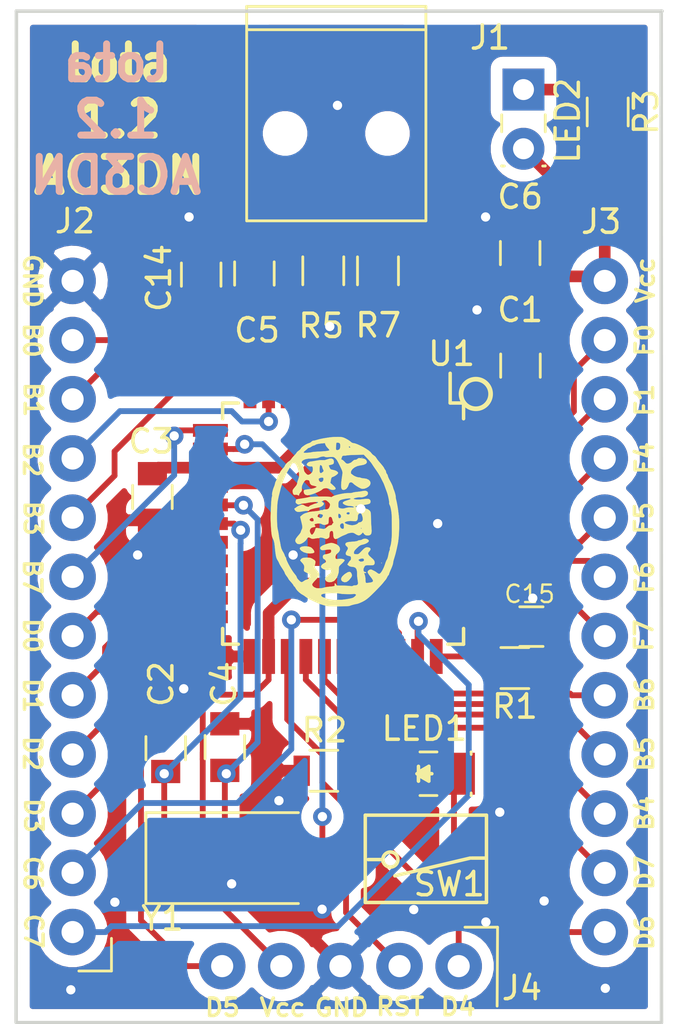
<source format=kicad_pcb>
(kicad_pcb (version 20171130) (host pcbnew "(5.1.0-0)")
  (title_block (title "Iota - PCB") (date 2019-01-26) (rev 1.0))
  (layers (0 F.Cu signal) (31 B.Cu signal) (34 B.Paste user) (35 F.Paste user) (36 B.SilkS user) (37 F.SilkS user) (38 B.Mask user) (39 F.Mask user) (44 Edge.Cuts user))
  (net 0 "")
  (net 1 GND)
  (net 2 "Net-(J1-Pad3)")
  (net 3 "Net-(J1-Pad4)")
  (net 4 "Net-(J1-Pad2)")
  (net 5 "Net-(C1-Pad2)")
  (net 6 D5)
  (net 7 D6)
  (net 8 D4)
  (net 9 D2)
  (net 10 D3)
  (net 11 "Net-(C2-Pad1)")
  (net 12 "Net-(C4-Pad1)")
  (net 13 RESET)
  (net 14 "Net-(C5-Pad2)")
  (net 15 D+)
  (net 16 D-)
  (net 17 D7)
  (net 18 Vcc)
  (net 19 C7)
  (net 20 C6)
  (net 21 D1)
  (net 22 D0)
  (net 23 B7)
  (net 24 B3)
  (net 25 B2)
  (net 26 B1)
  (net 27 B0)
  (net 28 B4)
  (net 29 B5)
  (net 30 B6)
  (net 31 F7)
  (net 32 F6)
  (net 33 F5)
  (net 34 F4)
  (net 35 F1)
  (net 36 F0)
  (net 37 E6)
  (net 38 "Net-(LED1-Pad1)")
  (net 39 "Net-(R1-Pad2)")
  (net 40 "Net-(LED2-Pad1)")
  (module Iota:hanko (layer F.Cu) (at 133.4516 81.6864)
    (fp_text reference G1 hide)
    (fp_text value LOGO hide)
  )
  (module Connectors_Samtec:SL-112-X-XX_1x12 (layer F.Cu) (at 145.034 71.374)
    (fp_text reference J3 (at -0.1524 -2.54 180) (layer F.SilkS))
    (fp_text value Conn_01x12_Male)
    (pad 12 thru_hole circle (at 0 27.94) (size 2 2) (drill 0.95) (layers *.Cu *.Mask) (net 7 D6))
    (pad 11 thru_hole circle (at 0 25.4) (size 2 2) (drill 0.95) (layers *.Cu *.Mask) (net 17 D7))
    (pad 10 thru_hole circle (at 0 22.86) (size 2 2) (drill 0.95) (layers *.Cu *.Mask) (net 28 B4))
    (pad 9 thru_hole circle (at 0 20.32) (size 2 2) (drill 0.95) (layers *.Cu *.Mask) (net 29 B5))
    (pad 8 thru_hole circle (at 0 17.78) (size 2 2) (drill 0.95) (layers *.Cu *.Mask) (net 30 B6))
    (pad 7 thru_hole circle (at 0 15.24) (size 2 2) (drill 0.95) (layers *.Cu *.Mask) (net 31 F7))
    (pad 6 thru_hole circle (at 0 12.7) (size 2 2) (drill 0.95) (layers *.Cu *.Mask) (net 32 F6))
    (pad 5 thru_hole circle (at 0 10.16) (size 2 2) (drill 0.95) (layers *.Cu *.Mask) (net 33 F5))
    (pad 4 thru_hole circle (at 0 7.62) (size 2 2) (drill 0.95) (layers *.Cu *.Mask) (net 34 F4))
    (pad 3 thru_hole circle (at 0 5.08) (size 2 2) (drill 0.95) (layers *.Cu *.Mask) (net 35 F1))
    (pad 2 thru_hole circle (at 0 2.54) (size 2 2) (drill 0.95) (layers *.Cu *.Mask) (net 36 F0))
    (pad 1 thru_hole circle (at 0 0) (size 2 2) (drill 0.95) (layers *.Cu *.Mask) (net 18 Vcc))
  )
  (module Connectors_Samtec:SL-105-X-XX_1x05 (layer F.Cu) (at 138.7602 100.7745 270)
    (fp_text reference J4 (at 0.9398 -2.7178) (layer F.SilkS))
    (fp_text value Conn_01x05_Male)
    (pad 5 thru_hole circle (at 0 10.16 270) (size 2 2) (drill 0.95) (layers *.Cu *.Mask) (net 6 D5))
    (pad 4 thru_hole circle (at 0 7.62 270) (size 2 2) (drill 0.95) (layers *.Cu *.Mask) (net 18 Vcc))
    (pad 3 thru_hole circle (at 0 5.08 270) (size 2 2) (drill 0.95) (layers *.Cu *.Mask) (net 1 GND))
    (pad 2 thru_hole circle (at 0 2.54 270) (size 2 2) (drill 0.95) (layers *.Cu *.Mask) (net 13 RESET))
    (pad 1 thru_hole circle (at 0 0 270) (size 2 2) (drill 0.95) (layers *.Cu *.Mask) (net 8 D4))
  )
  (module Connectors_Samtec:SL-112-X-XX_1x12 (layer F.Cu) (at 122.174 99.314 180)
    (fp_text reference J2 (at -0.1016 30.5054) (layer F.SilkS))
    (fp_text value Conn_01x12_Male)
    (pad 1 thru_hole circle (at 0 0 180) (size 2 2) (drill 0.95) (layers *.Cu *.Mask) (net 19 C7))
    (pad 2 thru_hole circle (at 0 2.54 180) (size 2 2) (drill 0.95) (layers *.Cu *.Mask) (net 20 C6))
    (pad 3 thru_hole circle (at 0 5.08 180) (size 2 2) (drill 0.95) (layers *.Cu *.Mask) (net 10 D3))
    (pad 4 thru_hole circle (at 0 7.62 180) (size 2 2) (drill 0.95) (layers *.Cu *.Mask) (net 9 D2))
    (pad 5 thru_hole circle (at 0 10.16 180) (size 2 2) (drill 0.95) (layers *.Cu *.Mask) (net 21 D1))
    (pad 6 thru_hole circle (at 0 12.7 180) (size 2 2) (drill 0.95) (layers *.Cu *.Mask) (net 22 D0))
    (pad 7 thru_hole circle (at 0 15.24 180) (size 2 2) (drill 0.95) (layers *.Cu *.Mask) (net 23 B7))
    (pad 8 thru_hole circle (at 0 17.78 180) (size 2 2) (drill 0.95) (layers *.Cu *.Mask) (net 24 B3))
    (pad 9 thru_hole circle (at 0 20.32 180) (size 2 2) (drill 0.95) (layers *.Cu *.Mask) (net 25 B2))
    (pad 10 thru_hole circle (at 0 22.86 180) (size 2 2) (drill 0.95) (layers *.Cu *.Mask) (net 26 B1))
    (pad 11 thru_hole circle (at 0 25.4 180) (size 2 2) (drill 0.95) (layers *.Cu *.Mask) (net 27 B0))
    (pad 12 thru_hole circle (at 0 27.94 180) (size 2 2) (drill 0.95) (layers *.Cu *.Mask) (net 1 GND))
  )
  (module Iota:Switch (layer F.Cu) (at 137.3505 96.2025 180)
    (fp_text reference SW1 (at -1.0033 -1.0541 180) (layer F.SilkS))
    (fp_text value SW_DIP_x01)
    (pad 2 smd rect (at -3.429 0.0635 180) (size 1.524 1.524) (layers F.Cu F.Paste F.Mask) (net 1 GND))
    (pad 1 smd rect (at 3.429 0.0635 180) (size 1.524 1.524) (layers F.Cu F.Paste F.Mask) (net 13 RESET))
  )
  (module LEDs:LED_Rectangular_W3.9mm_H1.8mm (layer F.Cu) (at 136.017 92.5195)
    (fp_text reference LED1 (at 1.27 -1.935) (layer F.SilkS))
    (fp_text value red)
    (pad 2 smd rect (at 2.54 0) (size 1.8 1.8) (layers F.Cu F.Paste F.Mask) (net 7 D6))
    (pad 1 smd rect (at 0 0) (size 1.8 1.8) (layers F.Cu F.Paste F.Mask) (net 38 "Net-(LED1-Pad1)"))
  )
  (module Housings_QFP:TQFP-44_10x10mm_Pitch0.8mm (layer F.Cu) (at 133.7945 81.788 270)
    (fp_text reference U1 (at -7.2898 -4.6609) (layer F.SilkS))
    (fp_text value ATmega32U4-AU)
    (pad 44 smd rect (at -4 -5.7) (size 1.5 0.55) (layers F.Cu F.Paste F.Mask) (net 18 Vcc))
    (pad 43 smd rect (at -3.2 -5.7) (size 1.5 0.55) (layers F.Cu F.Paste F.Mask) (net 1 GND))
    (pad 42 smd rect (at -2.4 -5.7) (size 1.5 0.55) (layers F.Cu F.Paste F.Mask) (net 5 "Net-(C1-Pad2)"))
    (pad 41 smd rect (at -1.6 -5.7) (size 1.5 0.55) (layers F.Cu F.Paste F.Mask) (net 36 F0))
    (pad 40 smd rect (at -0.8 -5.7) (size 1.5 0.55) (layers F.Cu F.Paste F.Mask) (net 35 F1))
    (pad 39 smd rect (at 0 -5.7) (size 1.5 0.55) (layers F.Cu F.Paste F.Mask) (net 34 F4))
    (pad 38 smd rect (at 0.8 -5.7) (size 1.5 0.55) (layers F.Cu F.Paste F.Mask) (net 33 F5))
    (pad 37 smd rect (at 1.6 -5.7) (size 1.5 0.55) (layers F.Cu F.Paste F.Mask) (net 32 F6))
    (pad 36 smd rect (at 2.4 -5.7) (size 1.5 0.55) (layers F.Cu F.Paste F.Mask) (net 31 F7))
    (pad 35 smd rect (at 3.2 -5.7) (size 1.5 0.55) (layers F.Cu F.Paste F.Mask) (net 1 GND))
    (pad 34 smd rect (at 4 -5.7) (size 1.5 0.55) (layers F.Cu F.Paste F.Mask) (net 18 Vcc))
    (pad 33 smd rect (at 5.7 -4 270) (size 1.5 0.55) (layers F.Cu F.Paste F.Mask) (net 39 "Net-(R1-Pad2)"))
    (pad 32 smd rect (at 5.7 -3.2 270) (size 1.5 0.55) (layers F.Cu F.Paste F.Mask) (net 19 C7))
    (pad 31 smd rect (at 5.7 -2.4 270) (size 1.5 0.55) (layers F.Cu F.Paste F.Mask) (net 20 C6))
    (pad 30 smd rect (at 5.7 -1.6 270) (size 1.5 0.55) (layers F.Cu F.Paste F.Mask) (net 30 B6))
    (pad 29 smd rect (at 5.7 -0.8 270) (size 1.5 0.55) (layers F.Cu F.Paste F.Mask) (net 29 B5))
    (pad 28 smd rect (at 5.7 0 270) (size 1.5 0.55) (layers F.Cu F.Paste F.Mask) (net 28 B4))
    (pad 27 smd rect (at 5.7 0.8 270) (size 1.5 0.55) (layers F.Cu F.Paste F.Mask) (net 17 D7))
    (pad 26 smd rect (at 5.7 1.6 270) (size 1.5 0.55) (layers F.Cu F.Paste F.Mask) (net 7 D6))
    (pad 25 smd rect (at 5.7 2.4 270) (size 1.5 0.55) (layers F.Cu F.Paste F.Mask) (net 8 D4))
    (pad 24 smd rect (at 5.7 3.2 270) (size 1.5 0.55) (layers F.Cu F.Paste F.Mask) (net 18 Vcc))
    (pad 23 smd rect (at 5.7 4 270) (size 1.5 0.55) (layers F.Cu F.Paste F.Mask) (net 1 GND))
    (pad 22 smd rect (at 4 5.7) (size 1.5 0.55) (layers F.Cu F.Paste F.Mask) (net 6 D5))
    (pad 21 smd rect (at 3.2 5.7) (size 1.5 0.55) (layers F.Cu F.Paste F.Mask) (net 10 D3))
    (pad 20 smd rect (at 2.4 5.7) (size 1.5 0.55) (layers F.Cu F.Paste F.Mask) (net 9 D2))
    (pad 19 smd rect (at 1.6 5.7) (size 1.5 0.55) (layers F.Cu F.Paste F.Mask) (net 21 D1))
    (pad 18 smd rect (at 0.8 5.7) (size 1.5 0.55) (layers F.Cu F.Paste F.Mask) (net 22 D0))
    (pad 17 smd rect (at 0 5.7) (size 1.5 0.55) (layers F.Cu F.Paste F.Mask) (net 11 "Net-(C2-Pad1)"))
    (pad 16 smd rect (at -0.8 5.7) (size 1.5 0.55) (layers F.Cu F.Paste F.Mask) (net 12 "Net-(C4-Pad1)"))
    (pad 15 smd rect (at -1.6 5.7) (size 1.5 0.55) (layers F.Cu F.Paste F.Mask) (net 1 GND))
    (pad 14 smd rect (at -2.4 5.7) (size 1.5 0.55) (layers F.Cu F.Paste F.Mask) (net 18 Vcc))
    (pad 13 smd rect (at -3.2 5.7) (size 1.5 0.55) (layers F.Cu F.Paste F.Mask) (net 13 RESET))
    (pad 12 smd rect (at -4 5.7) (size 1.5 0.55) (layers F.Cu F.Paste F.Mask) (net 23 B7))
    (pad 11 smd rect (at -5.7 4 270) (size 1.5 0.55) (layers F.Cu F.Paste F.Mask) (net 24 B3))
    (pad 10 smd rect (at -5.7 3.2 270) (size 1.5 0.55) (layers F.Cu F.Paste F.Mask) (net 25 B2))
    (pad 9 smd rect (at -5.7 2.4 270) (size 1.5 0.55) (layers F.Cu F.Paste F.Mask) (net 26 B1))
    (pad 8 smd rect (at -5.7 1.6 270) (size 1.5 0.55) (layers F.Cu F.Paste F.Mask) (net 27 B0))
    (pad 7 smd rect (at -5.7 0.8 270) (size 1.5 0.55) (layers F.Cu F.Paste F.Mask) (net 18 Vcc))
    (pad 6 smd rect (at -5.7 0 270) (size 1.5 0.55) (layers F.Cu F.Paste F.Mask) (net 14 "Net-(C5-Pad2)"))
    (pad 5 smd rect (at -5.7 -0.8 270) (size 1.5 0.55) (layers F.Cu F.Paste F.Mask) (net 1 GND))
    (pad 4 smd rect (at -5.7 -1.6 270) (size 1.5 0.55) (layers F.Cu F.Paste F.Mask) (net 15 D+))
    (pad 3 smd rect (at -5.7 -2.4 270) (size 1.5 0.55) (layers F.Cu F.Paste F.Mask) (net 16 D-))
    (pad 2 smd rect (at -5.7 -3.2 270) (size 1.5 0.55) (layers F.Cu F.Paste F.Mask) (net 18 Vcc))
    (pad 1 smd rect (at -5.7 -4 270) (size 1.5 0.55) (layers F.Cu F.Paste F.Mask) (net 37 E6))
  )
  (module Capacitors_SMD:C_0805 (layer F.Cu) (at 141.4145 75.0095 270)
    (fp_text reference C1 (at -2.3909 0.0127) (layer F.SilkS))
    (fp_text value 0.1uF)
    (pad 2 smd rect (at 1 0 270) (size 1 1.25) (layers F.Cu F.Paste F.Mask) (net 5 "Net-(C1-Pad2)"))
    (pad 1 smd rect (at -1 0 270) (size 1 1.25) (layers F.Cu F.Paste F.Mask) (net 1 GND))
  )
  (module Capacitors_SMD:C_0805 (layer F.Cu) (at 126.1745 91.424 90)
    (fp_text reference C2 (at 2.7526 -0.1905 90) (layer F.SilkS))
    (fp_text value 22pF)
    (pad 2 smd rect (at 1 0 90) (size 1 1.25) (layers F.Cu F.Paste F.Mask) (net 1 GND))
    (pad 1 smd rect (at -1 0 90) (size 1 1.25) (layers F.Cu F.Paste F.Mask) (net 11 "Net-(C2-Pad1)"))
  )
  (module Capacitors_SMD:C_0805 (layer F.Cu) (at 125.603 80.645 90)
    (fp_text reference C3 (at 2.3876 -0.0508 180) (layer F.SilkS))
    (fp_text value 0.1uF)
    (pad 1 smd rect (at -1 0 90) (size 1 1.25) (layers F.Cu F.Paste F.Mask) (net 1 GND))
    (pad 2 smd rect (at 1 0 90) (size 1 1.25) (layers F.Cu F.Paste F.Mask) (net 18 Vcc))
  )
  (module Capacitors_SMD:C_0805 (layer F.Cu) (at 128.7145 91.3765 90)
    (fp_text reference C4 (at 2.7051 -0.0381 90) (layer F.SilkS))
    (fp_text value 22pF)
    (pad 1 smd rect (at -1 0 90) (size 1 1.25) (layers F.Cu F.Paste F.Mask) (net 12 "Net-(C4-Pad1)"))
    (pad 2 smd rect (at 1 0 90) (size 1 1.25) (layers F.Cu F.Paste F.Mask) (net 1 GND))
  )
  (module Capacitors_SMD:C_0805 (layer F.Cu) (at 129.9845 71.0565 270)
    (fp_text reference C5 (at 2.4384 -0.1143) (layer F.SilkS))
    (fp_text value 1uF)
    (pad 1 smd rect (at -1 0 270) (size 1 1.25) (layers F.Cu F.Paste F.Mask) (net 1 GND))
    (pad 2 smd rect (at 1 0 270) (size 1 1.25) (layers F.Cu F.Paste F.Mask) (net 14 "Net-(C5-Pad2)"))
  )
  (module Capacitors_SMD:C_0805 (layer F.Cu) (at 141.4018 70.1802 270)
    (fp_text reference C6 (at -2.413 0) (layer F.SilkS))
    (fp_text value 1uF)
    (pad 2 smd rect (at 1 0 270) (size 1 1.25) (layers F.Cu F.Paste F.Mask) (net 18 Vcc))
    (pad 1 smd rect (at -1 0 270) (size 1 1.25) (layers F.Cu F.Paste F.Mask) (net 1 GND))
  )
  (module Capacitors_SMD:C_0805 (layer F.Cu) (at 127.6985 71.104 270)
    (fp_text reference C14 (at 0.143 1.8161 270) (layer F.SilkS))
    (fp_text value 0.1uF)
    (pad 2 smd rect (at 1 0 270) (size 1 1.25) (layers F.Cu F.Paste F.Mask) (net 18 Vcc))
    (pad 1 smd rect (at -1 0 270) (size 1 1.25) (layers F.Cu F.Paste F.Mask) (net 1 GND))
  )
  (module Resistors_SMD:R_0805 (layer F.Cu) (at 141.1732 87.9856 180)
    (fp_text reference R1 (at 0 -1.65 180) (layer F.SilkS))
    (fp_text value 1K0)
    (pad 2 smd rect (at 0.95 0 180) (size 0.7 1.3) (layers F.Cu F.Paste F.Mask) (net 39 "Net-(R1-Pad2)"))
    (pad 1 smd rect (at -0.95 0 180) (size 0.7 1.3) (layers F.Cu F.Paste F.Mask) (net 1 GND))
  )
  (module Resistors_SMD:R_0805 (layer F.Cu) (at 132.9665 92.3925 180)
    (fp_text reference R2 (at -0.0279 1.7399 180) (layer F.SilkS))
    (fp_text value 1K0)
    (pad 1 smd rect (at -0.95 0 180) (size 0.7 1.3) (layers F.Cu F.Paste F.Mask) (net 38 "Net-(LED1-Pad1)"))
    (pad 2 smd rect (at 0.95 0 180) (size 0.7 1.3) (layers F.Cu F.Paste F.Mask) (net 1 GND))
  )
  (module Resistors_SMD:R_0805 (layer F.Cu) (at 132.9436 70.9397 90)
    (fp_text reference R5 (at -2.3647 -0.0889 180) (layer F.SilkS))
    (fp_text value 22)
    (pad 1 smd rect (at -0.95 0 90) (size 0.7 1.3) (layers F.Cu F.Paste F.Mask) (net 15 D+))
    (pad 2 smd rect (at 0.95 0 90) (size 0.7 1.3) (layers F.Cu F.Paste F.Mask) (net 2 "Net-(J1-Pad3)"))
  )
  (module Resistors_SMD:R_0805 (layer F.Cu) (at 135.2931 70.9422 90)
    (fp_text reference R7 (at -2.3368 0.0127 180) (layer F.SilkS))
    (fp_text value 22)
    (pad 2 smd rect (at 0.95 0 90) (size 0.7 1.3) (layers F.Cu F.Paste F.Mask) (net 4 "Net-(J1-Pad2)"))
    (pad 1 smd rect (at -0.95 0 90) (size 0.7 1.3) (layers F.Cu F.Paste F.Mask) (net 16 D-))
  )
  (module Crystals:Crystal_SMD_0603-2pin_6.0x3.5mm (layer F.Cu) (at 128.6735 96.139)
    (fp_text reference Y1 (at -2.6387 2.5908) (layer F.SilkS))
    (fp_text value 16MHz)
    (pad 2 smd rect (at 2.2 0) (size 1.9 2.5) (layers F.Cu F.Paste F.Mask) (net 12 "Net-(C4-Pad1)"))
    (pad 1 smd rect (at -2.2 0) (size 1.9 2.5) (layers F.Cu F.Paste F.Mask) (net 11 "Net-(C2-Pad1)"))
  )
  (module Capacitors_SMD:C_0805 (layer F.Cu) (at 141.8844 86.2076 180)
    (fp_text reference C15 (at 0.0762 1.397 180) (layer F.SilkS) (effects (font (size 0.75 0.75) (thickness 0.1))))
    (fp_text value 0.1uF)
    (pad 2 smd rect (at 1 0 180) (size 1 1.25) (layers F.Cu F.Paste F.Mask) (net 18 Vcc))
    (pad 1 smd rect (at -1 0 180) (size 1 1.25) (layers F.Cu F.Paste F.Mask) (net 1 GND))
  )
  (module Connectors:USB_Mini-B (layer F.Cu) (at 133.5024 64.8462 270)
    (fp_text reference J1 (at -3.91668 -6.604) (layer F.SilkS))
    (fp_text value USB_B_Mini)
    (pad "" np_thru_hole circle (at 0.2 2.2 270) (size 0.9 0.9) (drill 0.9) (layers *.Cu *.Mask))
    (pad "" np_thru_hole circle (at 0.2 -2.2 270) (size 0.9 0.9) (drill 0.9) (layers *.Cu *.Mask))
    (pad 6 smd rect (at -2.8 4.45 270) (size 2.5 2) (layers F.Cu F.Paste F.Mask) (net 1 GND))
    (pad 6 smd rect (at 2.7 4.45 270) (size 2.5 2) (layers F.Cu F.Paste F.Mask) (net 1 GND))
    (pad 6 smd rect (at -2.8 -4.45 270) (size 2.5 2) (layers F.Cu F.Paste F.Mask) (net 1 GND))
    (pad 6 smd rect (at 2.7 -4.45 270) (size 2.5 2) (layers F.Cu F.Paste F.Mask) (net 1 GND))
    (pad 5 smd rect (at 2.8 1.6 270) (size 2.3 0.5) (layers F.Cu F.Paste F.Mask) (net 1 GND))
    (pad 4 smd rect (at 2.8 0.8 270) (size 2.3 0.5) (layers F.Cu F.Paste F.Mask) (net 3 "Net-(J1-Pad4)"))
    (pad 3 smd rect (at 2.8 0 270) (size 2.3 0.5) (layers F.Cu F.Paste F.Mask) (net 2 "Net-(J1-Pad3)"))
    (pad 2 smd rect (at 2.8 -0.8 270) (size 2.3 0.5) (layers F.Cu F.Paste F.Mask) (net 4 "Net-(J1-Pad2)"))
    (pad 1 smd rect (at 2.8 -1.6 270) (size 2.3 0.5) (layers F.Cu F.Paste F.Mask) (net 18 Vcc))
  )
  (module LEDs:LED_Rectangular_W3.9mm_H1.8mm (layer F.Cu) (at 141.54404 63.16472 270)
    (fp_text reference LED2 (at 1.33096 -1.89992 270) (layer F.SilkS))
    (fp_text value green)
    (pad 2 thru_hole circle (at 2.54 0 270) (size 1.8 1.8) (drill 0.9) (layers *.Cu *.Mask) (net 18 Vcc))
    (pad 1 thru_hole rect (at 0 0 270) (size 1.8 1.8) (drill 0.9) (layers *.Cu *.Mask) (net 40 "Net-(LED2-Pad1)"))
  )
  (module Resistors_SMD:R_0805 (layer F.Cu) (at 145.161 64.12484 270)
    (fp_text reference R3 (at 0 -1.65 270) (layer F.SilkS))
    (fp_text value 1K0)
    (pad 2 smd rect (at 0.95 0 270) (size 0.7 1.3) (layers F.Cu F.Paste F.Mask) (net 1 GND))
    (pad 1 smd rect (at -0.95 0 270) (size 0.7 1.3) (layers F.Cu F.Paste F.Mask) (net 40 "Net-(LED2-Pad1)"))
  )
  (gr_circle (center 139.4968 76.2254) (end 140.1318 76.2) (layer F.SilkS) (width 0.2))
  (gr_line (start 119.7483 103.1875) (end 119.761 59.7916) (layer Edge.Cuts) (width 0.15))
  (gr_line (start 147.4724 103.2) (end 119.761 103.2) (layer Edge.Cuts) (width 0.15))
  (gr_line (start 147.4597 59.7916) (end 147.4724 103.1875) (layer Edge.Cuts) (width 0.15))
  (gr_line (start 119.761 59.8) (end 147.4978 59.8) (layer Edge.Cuts) (width 0.15))
  (gr_text "Ɩota\n1.2\nAC3DN" (at 124.0282 64.4398) (layer B.SilkS) (effects (font (size 1.5 1.5) (thickness 0.3)) (justify mirror)))
  (gr_text "Ɩota\n1.2\nAC3DN" (at 124.1806 64.4398) (layer F.SilkS) (effects (font (size 1.5 1.5) (thickness 0.3))))
  (gr_text D4 (at 138.7348 102.51948) (layer F.SilkS) (effects (font (size 0.75 0.75))))
  (gr_text RST (at 136.2456 102.5144) (layer F.SilkS) (effects (font (size 0.75 0.75))))
  (gr_text GND (at 133.731 102.5525) (layer F.SilkS) (effects (font (size 0.75 0.75))))
  (gr_text Vcc (at 131.191 102.5525) (layer F.SilkS) (effects (font (size 0.75 0.75))))
  (gr_text D5 (at 128.6129 102.5525) (layer F.SilkS) (effects (font (size 0.75 0.75))))
  (gr_text D6 (at 146.75104 99.3394 90) (layer F.SilkS) (effects (font (size 0.75 0.75))))
  (gr_text D7 (at 146.75104 96.76384 90) (layer F.SilkS) (effects (font (size 0.75 0.75))))
  (gr_text B4 (at 146.75104 94.21876 90) (layer F.SilkS) (effects (font (size 0.75 0.75))))
  (gr_text B5 (at 146.75104 91.67368 90) (layer F.SilkS) (effects (font (size 0.75 0.75))))
  (gr_text B6 (at 146.75104 89.1286 90) (layer F.SilkS) (effects (font (size 0.75 0.75))))
  (gr_text F7 (at 146.72056 86.58352 90) (layer F.SilkS) (effects (font (size 0.75 0.75))))
  (gr_text F6 (at 146.75104 84.0994 90) (layer F.SilkS) (effects (font (size 0.75 0.75))))
  (gr_text F5 (at 146.72056 81.55432 90) (layer F.SilkS) (effects (font (size 0.75 0.75))))
  (gr_text F4 (at 146.75104 78.97876 90) (layer F.SilkS) (effects (font (size 0.75 0.75))))
  (gr_text F1 (at 146.75104 76.48956 90) (layer F.SilkS) (effects (font (size 0.75 0.75))))
  (gr_text F0 (at 146.75104 73.914 90) (layer F.SilkS) (effects (font (size 0.75 0.75))))
  (gr_text Vcc (at 146.78152 71.3486 90) (layer F.SilkS) (effects (font (size 0.75 0.75))))
  (gr_text GND (at 120.4468 71.37908 270) (layer F.SilkS) (effects (font (size 0.75 0.75))))
  (gr_text B0 (at 120.4468 73.92416 270) (layer F.SilkS) (effects (font (size 0.75 0.75))))
  (gr_text B1 (at 120.47728 76.46924 270) (layer F.SilkS) (effects (font (size 0.75 0.75))))
  (gr_text B2 (at 120.4468 79.0448 270) (layer F.SilkS) (effects (font (size 0.75 0.75))))
  (gr_text B3 (at 120.47728 81.5594 270) (layer F.SilkS) (effects (font (size 0.75 0.75))))
  (gr_text B7 (at 120.4468 84.074 270) (layer F.SilkS) (effects (font (size 0.75 0.75))))
  (gr_text D0 (at 120.4468 86.59368 270) (layer F.SilkS) (effects (font (size 0.75 0.75))))
  (gr_text D1 (at 120.4468 89.1667 270) (layer F.SilkS) (effects (font (size 0.75 0.75))))
  (gr_text D2 (at 120.4468 91.65336 270) (layer F.SilkS) (effects (font (size 0.75 0.75))))
  (gr_text "D3\n" (at 120.4976 94.31528 270) (layer F.SilkS) (effects (font (size 0.75 0.75))))
  (gr_text C6 (at 120.46712 96.79432 270) (layer F.SilkS) (effects (font (size 0.75 0.75))))
  (gr_text C7 (at 120.4976 99.27336 270) (layer F.SilkS) (effects (font (size 0.75 0.75))))
  (via (at 122.0978 101.7905) (size 0.8) (drill 0.4) (layers F.Cu B.Cu) (net 1))
  (via (at 126.9492 88.8746) (size 0.8) (drill 0.4) (layers F.Cu B.Cu) (net 1))
  (via (at 124.968 83.1342) (size 0.8) (drill 0.4) (layers F.Cu B.Cu) (net 1))
  (via (at 134.5565 81.153) (size 0.8) (drill 0.4) (layers F.Cu B.Cu) (net 1))
  (via (at 137.8585 81.788) (size 0.8) (drill 0.4) (layers F.Cu B.Cu) (net 1))
  (via (at 131.0386 93.6752) (size 0.8) (drill 0.4) (layers F.Cu B.Cu) (net 1))
  (via (at 140.5255 94.1705) (size 0.8) (drill 0.4) (layers F.Cu B.Cu) (net 1))
  (via (at 145.0594 101.727) (size 0.8) (drill 0.4) (layers F.Cu B.Cu) (net 1))
  (via (at 142.4305 97.9805) (size 0.8) (drill 0.4) (layers F.Cu B.Cu) (net 1))
  (via (at 127.1778 68.6308) (size 0.8) (drill 0.4) (layers F.Cu B.Cu) (net 1))
  (via (at 133.223 73.3298) (size 0.8) (drill 0.4) (layers F.Cu B.Cu) (net 1))
  (segment (start 137.8585 81.222315) (end 137.8585 81.788) (width 0.25) (layer F.Cu) (net 1))
  (segment (start 137.8585 79.224) (end 137.8585 81.222315) (width 0.25) (layer F.Cu) (net 1))
  (segment (start 138.4945 78.588) (end 137.8585 79.224) (width 0.25) (layer F.Cu) (net 1))
  (segment (start 139.4945 78.588) (end 138.4945 78.588) (width 0.25) (layer F.Cu) (net 1))
  (segment (start 133.5915 80.188) (end 134.5565 81.153) (width 0.25) (layer F.Cu) (net 1))
  (segment (start 128.0945 80.188) (end 133.5915 80.188) (width 0.25) (layer F.Cu) (net 1))
  (via (at 139.5476 72.6186) (size 0.8) (drill 0.4) (layers F.Cu B.Cu) (net 1))
  (via (at 131.6482 83.1342) (size 0.8) (drill 0.4) (layers F.Cu B.Cu) (net 1))
  (segment (start 143.0368 86.0826) (end 143.0368 86.2076) (width 0.25) (layer F.Cu) (net 1))
  (segment (start 141.9422 84.988) (end 141.9422 84.988) (width 0.25) (layer F.Cu) (net 1))
  (segment (start 139.4945 84.988) (end 141.9422 84.988) (width 0.25) (layer F.Cu) (net 1))
  (via (at 141.9422 84.988) (size 0.8) (drill 0.4) (layers F.Cu B.Cu) (net 1))
  (segment (start 141.9422 85.2654) (end 142.8844 86.2076) (width 0.25) (layer F.Cu) (net 1))
  (segment (start 141.9422 84.988) (end 141.9422 85.2654) (width 0.25) (layer F.Cu) (net 1))
  (segment (start 142.1344 86.2076) (end 142.8844 86.2076) (width 0.25) (layer F.Cu) (net 1))
  (segment (start 142.1232 86.2188) (end 142.1344 86.2076) (width 0.25) (layer F.Cu) (net 1))
  (segment (start 142.1232 87.9856) (end 142.1232 86.2188) (width 0.25) (layer F.Cu) (net 1))
  (via (at 129.0066 97.2439) (size 0.8) (drill 0.4) (layers F.Cu B.Cu) (net 1))
  (via (at 136.8298 98.3488) (size 0.8) (drill 0.4) (layers F.Cu B.Cu) (net 1))
  (via (at 139.9286 98.8822) (size 0.8) (drill 0.4) (layers F.Cu B.Cu) (net 1))
  (segment (start 125.728 81.645) (end 125.603 81.645) (width 0.25) (layer F.Cu) (net 1))
  (segment (start 127.185 80.188) (end 125.728 81.645) (width 0.25) (layer F.Cu) (net 1))
  (segment (start 128.0945 80.188) (end 127.185 80.188) (width 0.25) (layer F.Cu) (net 1))
  (segment (start 134.5945 74.7013) (end 134.5945 76.088) (width 0.25) (layer F.Cu) (net 1))
  (segment (start 133.223 73.3298) (end 134.5945 74.7013) (width 0.25) (layer F.Cu) (net 1))
  (via (at 139.9159 68.6308) (size 0.8) (drill 0.4) (layers F.Cu B.Cu) (net 1))
  (segment (start 129.1524 67.6462) (end 129.0524 67.5462) (width 0.5) (layer F.Cu) (net 1))
  (segment (start 131.9024 67.6462) (end 129.1524 67.6462) (width 0.5) (layer F.Cu) (net 1))
  (segment (start 129.0524 67.5462) (end 129.0524 62.0462) (width 0.5) (layer F.Cu) (net 1))
  (segment (start 129.0524 62.0462) (end 137.9524 62.0462) (width 0.5) (layer F.Cu) (net 1))
  (segment (start 137.9524 62.0462) (end 137.9524 67.5462) (width 0.5) (layer F.Cu) (net 1))
  (via (at 133.5532 63.8429) (size 0.8) (drill 0.4) (layers F.Cu B.Cu) (net 1))
  (via (at 132.8928 98.33499) (size 0.8) (drill 0.4) (layers F.Cu B.Cu) (net 1))
  (via (at 123.9901 98.0313) (size 0.8) (drill 0.4) (layers F.Cu B.Cu) (net 1))
  (segment (start 133.5024 69.4309) (end 132.9436 69.9897) (width 0.25) (layer F.Cu) (net 2))
  (segment (start 133.5024 67.6462) (end 133.5024 69.4309) (width 0.25) (layer F.Cu) (net 2))
  (segment (start 134.9931 69.9922) (end 135.2931 69.9922) (width 0.25) (layer F.Cu) (net 4))
  (segment (start 134.3024 69.3015) (end 134.9931 69.9922) (width 0.25) (layer F.Cu) (net 4))
  (segment (start 134.3024 67.6462) (end 134.3024 69.3015) (width 0.25) (layer F.Cu) (net 4))
  (segment (start 141.4145 78.3463) (end 140.3728 79.388) (width 0.25) (layer F.Cu) (net 5))
  (segment (start 140.3728 79.388) (end 139.4945 79.388) (width 0.25) (layer F.Cu) (net 5))
  (segment (start 141.4145 76.0095) (end 141.4145 78.3463) (width 0.25) (layer F.Cu) (net 5))
  (segment (start 128.0945 85.788) (end 127.572 85.788) (width 0.25) (layer F.Cu) (net 6))
  (segment (start 127.2545 85.788) (end 125.112499 87.930001) (width 0.25) (layer F.Cu) (net 6))
  (segment (start 128.0945 85.788) (end 127.2545 85.788) (width 0.25) (layer F.Cu) (net 6))
  (segment (start 125.112499 87.930001) (end 125.112499 98.815312) (width 0.25) (layer F.Cu) (net 6))
  (segment (start 127.071687 100.7745) (end 128.6002 100.7745) (width 0.25) (layer F.Cu) (net 6))
  (segment (start 125.112499 98.815312) (end 127.071687 100.7745) (width 0.25) (layer F.Cu) (net 6))
  (segment (start 137.657001 91.619501) (end 138.557 92.5195) (width 0.25) (layer F.Cu) (net 7))
  (segment (start 137.033 90.9955) (end 137.657001 91.619501) (width 0.25) (layer F.Cu) (net 7))
  (segment (start 132.1945 88.488) (end 134.702 90.9955) (width 0.25) (layer F.Cu) (net 7))
  (segment (start 134.702 90.9955) (end 137.033 90.9955) (width 0.25) (layer F.Cu) (net 7))
  (segment (start 132.1945 87.488) (end 132.1945 88.488) (width 0.25) (layer F.Cu) (net 7))
  (segment (start 143.619787 99.314) (end 145.034 99.314) (width 0.25) (layer F.Cu) (net 7))
  (segment (start 141.845498 99.314) (end 143.619787 99.314) (width 0.25) (layer F.Cu) (net 7))
  (segment (start 138.557 96.025502) (end 141.845498 99.314) (width 0.25) (layer F.Cu) (net 7))
  (segment (start 138.557 92.5195) (end 138.557 96.025502) (width 0.25) (layer F.Cu) (net 7))
  (segment (start 132.9055 92.9005) (end 138.7856 98.7806) (width 0.25) (layer F.Cu) (net 8))
  (segment (start 132.9055 91.696498) (end 132.9055 92.9005) (width 0.25) (layer F.Cu) (net 8))
  (segment (start 131.3945 90.185498) (end 132.9055 91.696498) (width 0.25) (layer F.Cu) (net 8))
  (segment (start 131.3945 87.488) (end 131.3945 90.185498) (width 0.25) (layer F.Cu) (net 8))
  (segment (start 138.7602 98.806) (end 138.7602 100.7745) (width 0.25) (layer F.Cu) (net 8))
  (segment (start 138.7856 98.7806) (end 138.7602 98.806) (width 0.25) (layer F.Cu) (net 8))
  (segment (start 123.173999 90.694001) (end 122.174 91.694) (width 0.25) (layer F.Cu) (net 9))
  (segment (start 124.1044 89.7636) (end 123.173999 90.694001) (width 0.25) (layer F.Cu) (net 9))
  (segment (start 124.1044 87.368098) (end 124.1044 89.7636) (width 0.25) (layer F.Cu) (net 9))
  (segment (start 127.284498 84.188) (end 124.1044 87.368098) (width 0.25) (layer F.Cu) (net 9))
  (segment (start 128.0945 84.188) (end 127.284498 84.188) (width 0.25) (layer F.Cu) (net 9))
  (segment (start 124.587 91.821) (end 123.173999 93.234001) (width 0.25) (layer F.Cu) (net 10))
  (segment (start 124.587 87.685498) (end 124.587 91.821) (width 0.25) (layer F.Cu) (net 10))
  (segment (start 123.173999 93.234001) (end 122.174 94.234) (width 0.25) (layer F.Cu) (net 10))
  (segment (start 127.284498 84.988) (end 124.587 87.685498) (width 0.25) (layer F.Cu) (net 10))
  (segment (start 128.0945 84.988) (end 127.284498 84.988) (width 0.25) (layer F.Cu) (net 10))
  (via (at 126.111 92.5195) (size 0.8) (drill 0.4) (layers F.Cu B.Cu) (net 11))
  (segment (start 126.111 95.7765) (end 126.4735 96.139) (width 0.25) (layer F.Cu) (net 11))
  (segment (start 126.111 92.5195) (end 126.111 95.7765) (width 0.25) (layer F.Cu) (net 11))
  (via (at 129.392209 82.068016) (size 0.8) (drill 0.4) (layers F.Cu B.Cu) (net 11))
  (segment (start 129.112193 81.788) (end 129.392209 82.068016) (width 0.25) (layer F.Cu) (net 11))
  (segment (start 128.0945 81.788) (end 129.112193 81.788) (width 0.25) (layer F.Cu) (net 11))
  (segment (start 129.392209 82.068016) (end 129.392209 82.633701) (width 0.25) (layer B.Cu) (net 11))
  (segment (start 129.3876 82.63831) (end 129.3876 89.2429) (width 0.25) (layer B.Cu) (net 11))
  (segment (start 129.392209 82.633701) (end 129.3876 82.63831) (width 0.25) (layer B.Cu) (net 11))
  (segment (start 129.3876 89.2429) (end 126.111 92.5195) (width 0.25) (layer B.Cu) (net 11))
  (via (at 128.778 92.5195) (size 0.8) (drill 0.4) (layers F.Cu B.Cu) (net 12))
  (segment (start 129.6735 96.139) (end 130.8735 96.139) (width 0.25) (layer F.Cu) (net 12))
  (segment (start 128.7145 95.18) (end 129.6735 96.139) (width 0.25) (layer F.Cu) (net 12))
  (segment (start 128.7145 92.3765) (end 128.7145 95.18) (width 0.25) (layer F.Cu) (net 12))
  (segment (start 130.1242 91.1733) (end 128.778 92.5195) (width 0.25) (layer B.Cu) (net 12))
  (via (at 129.5146 81.0006) (size 0.8) (drill 0.4) (layers F.Cu B.Cu) (net 12))
  (segment (start 130.1242 81.6102) (end 129.5146 81.0006) (width 0.25) (layer B.Cu) (net 12))
  (segment (start 130.1242 91.1733) (end 130.1242 81.6102) (width 0.25) (layer B.Cu) (net 12))
  (segment (start 128.1071 81.0006) (end 128.0945 80.988) (width 0.25) (layer F.Cu) (net 12))
  (segment (start 129.5146 81.0006) (end 128.1071 81.0006) (width 0.25) (layer F.Cu) (net 12))
  (via (at 132.9055 94.361) (size 0.8) (drill 0.4) (layers F.Cu B.Cu) (net 13))
  (segment (start 132.9095 96.139) (end 133.9215 96.139) (width 0.25) (layer F.Cu) (net 13))
  (segment (start 132.9055 96.135) (end 132.9095 96.139) (width 0.25) (layer F.Cu) (net 13))
  (segment (start 132.9055 94.361) (end 132.9055 96.135) (width 0.25) (layer F.Cu) (net 13))
  (segment (start 128.0945 78.588) (end 129.0824 78.588) (width 0.25) (layer F.Cu) (net 13))
  (via (at 129.5654 78.3844) (size 0.8) (drill 0.4) (layers F.Cu B.Cu) (net 13))
  (segment (start 129.3618 78.588) (end 129.5654 78.3844) (width 0.25) (layer F.Cu) (net 13))
  (segment (start 129.0824 78.588) (end 129.3618 78.588) (width 0.25) (layer F.Cu) (net 13))
  (segment (start 132.9055 82.365998) (end 132.9055 94.361) (width 0.25) (layer B.Cu) (net 13))
  (segment (start 132.9055 80.9625) (end 132.9055 82.365998) (width 0.25) (layer B.Cu) (net 13))
  (segment (start 130.3274 78.3844) (end 132.9055 80.9625) (width 0.25) (layer B.Cu) (net 13))
  (segment (start 129.5654 78.3844) (end 130.3274 78.3844) (width 0.25) (layer B.Cu) (net 13))
  (segment (start 133.9215 98.4758) (end 136.2202 100.7745) (width 0.25) (layer F.Cu) (net 13))
  (segment (start 133.9215 96.139) (end 133.9215 98.4758) (width 0.25) (layer F.Cu) (net 13))
  (segment (start 133.7945 74.92859) (end 133.7945 75.088) (width 0.25) (layer F.Cu) (net 14))
  (segment (start 133.7945 75.088) (end 133.7945 76.088) (width 0.25) (layer F.Cu) (net 14))
  (segment (start 130.92241 72.0565) (end 133.7945 74.92859) (width 0.25) (layer F.Cu) (net 14))
  (segment (start 129.9845 72.0565) (end 130.92241 72.0565) (width 0.25) (layer F.Cu) (net 14))
  (segment (start 135.3945 74.0406) (end 133.2436 71.8897) (width 0.25) (layer F.Cu) (net 15))
  (segment (start 133.2436 71.8897) (end 132.9436 71.8897) (width 0.25) (layer F.Cu) (net 15))
  (segment (start 135.3945 76.088) (end 135.3945 74.0406) (width 0.25) (layer F.Cu) (net 15))
  (segment (start 136.1945 75.088) (end 136.1945 76.088) (width 0.25) (layer F.Cu) (net 16))
  (segment (start 136.1945 73.3936) (end 136.1945 75.088) (width 0.25) (layer F.Cu) (net 16))
  (segment (start 135.2931 72.4922) (end 136.1945 73.3936) (width 0.25) (layer F.Cu) (net 16))
  (segment (start 135.2931 71.8922) (end 135.2931 72.4922) (width 0.25) (layer F.Cu) (net 16))
  (segment (start 143.3195 95.0595) (end 145.034 96.774) (width 0.25) (layer F.Cu) (net 17))
  (segment (start 143.0655 93.218) (end 143.0655 94.8055) (width 0.25) (layer F.Cu) (net 17))
  (segment (start 143.0655 94.8055) (end 143.3195 95.0595) (width 0.25) (layer F.Cu) (net 17))
  (segment (start 135.05199 90.54549) (end 140.39299 90.54549) (width 0.25) (layer F.Cu) (net 17))
  (segment (start 132.9945 88.488) (end 135.05199 90.54549) (width 0.25) (layer F.Cu) (net 17))
  (segment (start 140.39299 90.54549) (end 143.0655 93.218) (width 0.25) (layer F.Cu) (net 17))
  (segment (start 132.9945 87.488) (end 132.9945 88.488) (width 0.25) (layer F.Cu) (net 17))
  (segment (start 137.4445 77.788) (end 138.2445 77.788) (width 0.5) (layer F.Cu) (net 18))
  (segment (start 136.9945 77.338) (end 137.4445 77.788) (width 0.5) (layer F.Cu) (net 18))
  (segment (start 136.9945 76.088) (end 136.9945 77.338) (width 0.5) (layer F.Cu) (net 18))
  (segment (start 132.9945 77.123002) (end 132.9945 76.088) (width 0.5) (layer F.Cu) (net 18))
  (segment (start 133.658998 77.7875) (end 132.9945 77.123002) (width 0.5) (layer F.Cu) (net 18))
  (segment (start 136.330002 77.7875) (end 133.658998 77.7875) (width 0.5) (layer F.Cu) (net 18))
  (segment (start 136.9945 77.123002) (end 136.330002 77.7875) (width 0.5) (layer F.Cu) (net 18))
  (segment (start 136.9945 76.088) (end 136.9945 77.123002) (width 0.5) (layer F.Cu) (net 18))
  (segment (start 138.2445 85.788) (end 139.4945 85.788) (width 0.5) (layer F.Cu) (net 18))
  (segment (start 136.817999 84.361499) (end 138.2445 85.788) (width 0.5) (layer F.Cu) (net 18))
  (segment (start 136.817999 79.214501) (end 136.817999 84.361499) (width 0.5) (layer F.Cu) (net 18))
  (segment (start 138.2445 77.788) (end 136.817999 79.214501) (width 0.5) (layer F.Cu) (net 18))
  (segment (start 139.4945 77.788) (end 138.2445 77.788) (width 0.5) (layer F.Cu) (net 18))
  (segment (start 130.5945 86.238) (end 130.5945 87.488) (width 0.5) (layer F.Cu) (net 18))
  (segment (start 130.5945 85.634998) (end 130.5945 86.238) (width 0.5) (layer F.Cu) (net 18))
  (segment (start 131.867999 84.361499) (end 130.5945 85.634998) (width 0.5) (layer F.Cu) (net 18))
  (segment (start 136.817999 84.361499) (end 131.867999 84.361499) (width 0.5) (layer F.Cu) (net 18))
  (segment (start 130.5945 88.488) (end 129.9539 89.1286) (width 0.25) (layer F.Cu) (net 18))
  (segment (start 130.5945 87.488) (end 130.5945 88.488) (width 0.25) (layer F.Cu) (net 18))
  (segment (start 127.764499 89.616499) (end 127.764499 91.8972) (width 0.25) (layer F.Cu) (net 18))
  (segment (start 129.9539 89.1286) (end 128.252398 89.1286) (width 0.25) (layer F.Cu) (net 18))
  (segment (start 128.252398 89.1286) (end 127.764499 89.616499) (width 0.25) (layer F.Cu) (net 18))
  (segment (start 127.764499 91.616499) (end 127.764499 91.8972) (width 0.25) (layer F.Cu) (net 18))
  (segment (start 132.9945 74.8793) (end 132.9945 76.088) (width 0.25) (layer F.Cu) (net 18))
  (segment (start 129.0493 73.3298) (end 131.445 73.3298) (width 0.25) (layer F.Cu) (net 18))
  (segment (start 127.8235 72.104) (end 129.0493 73.3298) (width 0.25) (layer F.Cu) (net 18))
  (segment (start 131.445 73.3298) (end 132.9945 74.8793) (width 0.25) (layer F.Cu) (net 18))
  (segment (start 127.6985 72.104) (end 127.8235 72.104) (width 0.25) (layer F.Cu) (net 18))
  (segment (start 125.86 79.388) (end 125.603 79.645) (width 0.5) (layer F.Cu) (net 18))
  (segment (start 128.0945 79.388) (end 125.86 79.388) (width 0.5) (layer F.Cu) (net 18))
  (segment (start 129.3445 79.388) (end 128.0945 79.388) (width 0.5) (layer F.Cu) (net 18))
  (segment (start 130.9875 79.388) (end 129.3445 79.388) (width 0.5) (layer F.Cu) (net 18))
  (segment (start 132.9945 77.381) (end 130.9875 79.388) (width 0.5) (layer F.Cu) (net 18))
  (segment (start 132.9945 76.088) (end 132.9945 77.381) (width 0.5) (layer F.Cu) (net 18))
  (segment (start 140.4648 85.788) (end 140.8844 86.2076) (width 0.5) (layer F.Cu) (net 18))
  (segment (start 139.4945 85.788) (end 140.4648 85.788) (width 0.5) (layer F.Cu) (net 18))
  (segment (start 139.3232 71.1802) (end 140.2768 71.1802) (width 0.5) (layer F.Cu) (net 18))
  (segment (start 140.2768 71.1802) (end 141.4018 71.1802) (width 0.5) (layer F.Cu) (net 18))
  (segment (start 136.9945 75.2348) (end 136.9945 76.088) (width 0.5) (layer F.Cu) (net 18))
  (segment (start 136.9945 74.838) (end 136.9945 75.2348) (width 0.5) (layer F.Cu) (net 18))
  (segment (start 144.8402 71.1802) (end 145.034 71.374) (width 0.5) (layer F.Cu) (net 18))
  (segment (start 141.4018 71.1802) (end 144.8402 71.1802) (width 0.5) (layer F.Cu) (net 18))
  (segment (start 138.6364 71.1802) (end 139.3232 71.1802) (width 0.5) (layer F.Cu) (net 18))
  (segment (start 135.1024 67.6462) (end 138.6364 71.1802) (width 0.5) (layer F.Cu) (net 18))
  (segment (start 136.9945 72.8095) (end 136.9945 75.2348) (width 0.5) (layer F.Cu) (net 18))
  (segment (start 138.6238 71.1802) (end 136.9945 72.8095) (width 0.5) (layer F.Cu) (net 18))
  (segment (start 139.3232 71.1802) (end 138.6238 71.1802) (width 0.5) (layer F.Cu) (net 18))
  (segment (start 127.764499 97.398799) (end 131.1402 100.7745) (width 0.25) (layer F.Cu) (net 18))
  (segment (start 127.764499 91.8972) (end 127.764499 97.398799) (width 0.25) (layer F.Cu) (net 18))
  (segment (start 145.034 69.19468) (end 145.034 71.374) (width 0.5) (layer F.Cu) (net 18))
  (segment (start 141.54404 65.70472) (end 145.034 69.19468) (width 0.5) (layer F.Cu) (net 18))
  (via (at 137.033 85.979) (size 0.8) (drill 0.4) (layers F.Cu B.Cu) (net 19))
  (segment (start 136.9945 86.0175) (end 137.033 85.979) (width 0.25) (layer F.Cu) (net 19))
  (segment (start 136.9945 87.488) (end 136.9945 86.0175) (width 0.25) (layer F.Cu) (net 19))
  (segment (start 123.842213 99.06) (end 123.588213 99.314) (width 0.25) (layer B.Cu) (net 19))
  (segment (start 133.5786 99.06) (end 123.842213 99.06) (width 0.25) (layer B.Cu) (net 19))
  (segment (start 139.192 88.703685) (end 139.192 93.4466) (width 0.25) (layer B.Cu) (net 19))
  (segment (start 139.192 93.4466) (end 133.5786 99.06) (width 0.25) (layer B.Cu) (net 19))
  (segment (start 137.033 85.979) (end 137.033 86.544685) (width 0.25) (layer B.Cu) (net 19))
  (segment (start 123.588213 99.314) (end 122.174 99.314) (width 0.25) (layer B.Cu) (net 19))
  (segment (start 137.033 86.544685) (end 139.192 88.703685) (width 0.25) (layer B.Cu) (net 19))
  (via (at 131.572 85.9155) (size 0.8) (drill 0.4) (layers F.Cu B.Cu) (net 20))
  (segment (start 136.1945 86.488) (end 135.622 85.9155) (width 0.25) (layer F.Cu) (net 20))
  (segment (start 135.622 85.9155) (end 131.572 85.9155) (width 0.25) (layer F.Cu) (net 20))
  (segment (start 136.1945 87.488) (end 136.1945 86.488) (width 0.25) (layer F.Cu) (net 20))
  (segment (start 124.0536 94.8944) (end 122.174 96.774) (width 0.25) (layer B.Cu) (net 20))
  (segment (start 125.1712 93.7768) (end 124.0536 94.8944) (width 0.25) (layer B.Cu) (net 20))
  (segment (start 129.2606 93.7768) (end 125.1712 93.7768) (width 0.25) (layer B.Cu) (net 20))
  (segment (start 131.572 91.4654) (end 129.2606 93.7768) (width 0.25) (layer B.Cu) (net 20))
  (segment (start 131.572 85.9155) (end 131.572 91.4654) (width 0.25) (layer B.Cu) (net 20))
  (segment (start 127.284498 83.388) (end 123.571 87.101498) (width 0.25) (layer F.Cu) (net 21))
  (segment (start 123.571 87.757) (end 122.174 89.154) (width 0.25) (layer F.Cu) (net 21))
  (segment (start 123.571 87.101498) (end 123.571 87.757) (width 0.25) (layer F.Cu) (net 21))
  (segment (start 128.0945 83.388) (end 127.284498 83.388) (width 0.25) (layer F.Cu) (net 21))
  (segment (start 123.2154 85.5726) (end 122.174 86.614) (width 0.25) (layer F.Cu) (net 22))
  (segment (start 124.2949 85.5726) (end 123.2154 85.5726) (width 0.25) (layer F.Cu) (net 22))
  (segment (start 127.2795 82.588) (end 124.2949 85.5726) (width 0.25) (layer F.Cu) (net 22))
  (segment (start 128.0945 82.588) (end 127.2795 82.588) (width 0.25) (layer F.Cu) (net 22))
  (via (at 126.538652 78.024652) (size 0.8) (drill 0.4) (layers F.Cu B.Cu) (net 23))
  (segment (start 126.775304 77.788) (end 126.538652 78.024652) (width 0.25) (layer F.Cu) (net 23))
  (segment (start 128.0945 77.788) (end 126.775304 77.788) (width 0.25) (layer F.Cu) (net 23))
  (segment (start 126.538652 79.709348) (end 122.174 84.074) (width 0.25) (layer B.Cu) (net 23))
  (segment (start 126.538652 78.024652) (end 126.538652 79.709348) (width 0.25) (layer B.Cu) (net 23))
  (segment (start 123.9774 79.7306) (end 122.174 81.534) (width 0.25) (layer F.Cu) (net 24))
  (segment (start 123.9774 78.6892) (end 123.9774 79.7306) (width 0.25) (layer F.Cu) (net 24))
  (segment (start 126.5786 76.088) (end 123.9774 78.6892) (width 0.25) (layer F.Cu) (net 24))
  (segment (start 129.7945 76.088) (end 126.5786 76.088) (width 0.25) (layer F.Cu) (net 24))
  (via (at 130.594502 77.4065) (size 0.8) (drill 0.4) (layers F.Cu B.Cu) (net 25))
  (segment (start 130.5945 76.088) (end 130.5945 77.406498) (width 0.25) (layer F.Cu) (net 25))
  (segment (start 130.5945 77.406498) (end 130.594502 77.4065) (width 0.25) (layer F.Cu) (net 25))
  (segment (start 129.4511 77.4065) (end 130.594502 77.4065) (width 0.25) (layer B.Cu) (net 25))
  (segment (start 129.0066 76.962) (end 129.4511 77.4065) (width 0.25) (layer B.Cu) (net 25))
  (segment (start 124.206 76.962) (end 129.0066 76.962) (width 0.25) (layer B.Cu) (net 25))
  (segment (start 122.174 78.994) (end 124.206 76.962) (width 0.25) (layer B.Cu) (net 25))
  (segment (start 124.1552 74.4728) (end 123.173999 75.454001) (width 0.25) (layer F.Cu) (net 26))
  (segment (start 131.064 74.4728) (end 124.1552 74.4728) (width 0.25) (layer F.Cu) (net 26))
  (segment (start 123.173999 75.454001) (end 122.174 76.454) (width 0.25) (layer F.Cu) (net 26))
  (segment (start 131.3945 74.8033) (end 131.064 74.4728) (width 0.25) (layer F.Cu) (net 26))
  (segment (start 131.3945 76.088) (end 131.3945 74.8033) (width 0.25) (layer F.Cu) (net 26))
  (segment (start 123.588213 73.914) (end 122.174 73.914) (width 0.25) (layer F.Cu) (net 27))
  (segment (start 131.2672 73.914) (end 123.588213 73.914) (width 0.25) (layer F.Cu) (net 27))
  (segment (start 132.1945 74.8413) (end 131.2672 73.914) (width 0.25) (layer F.Cu) (net 27))
  (segment (start 132.1945 76.088) (end 132.1945 74.8413) (width 0.25) (layer F.Cu) (net 27))
  (segment (start 140.7795 89.9795) (end 144.034001 93.234001) (width 0.25) (layer F.Cu) (net 28))
  (segment (start 135.286 89.9795) (end 140.7795 89.9795) (width 0.25) (layer F.Cu) (net 28))
  (segment (start 133.7945 88.488) (end 135.286 89.9795) (width 0.25) (layer F.Cu) (net 28))
  (segment (start 144.034001 93.234001) (end 145.034 94.234) (width 0.25) (layer F.Cu) (net 28))
  (segment (start 133.7945 87.488) (end 133.7945 88.488) (width 0.25) (layer F.Cu) (net 28))
  (segment (start 134.5945 87.488) (end 134.5945 88.488) (width 0.25) (layer F.Cu) (net 29))
  (segment (start 134.5945 88.488) (end 135.635989 89.529489) (width 0.25) (layer F.Cu) (net 29))
  (segment (start 135.635989 89.529489) (end 142.869489 89.529489) (width 0.25) (layer F.Cu) (net 29))
  (segment (start 142.869489 89.529489) (end 144.034001 90.694001) (width 0.25) (layer F.Cu) (net 29))
  (segment (start 144.034001 90.694001) (end 145.034 91.694) (width 0.25) (layer F.Cu) (net 29))
  (segment (start 143.545265 89.079478) (end 143.619787 89.154) (width 0.25) (layer F.Cu) (net 30))
  (segment (start 135.985978 89.079478) (end 143.545265 89.079478) (width 0.25) (layer F.Cu) (net 30))
  (segment (start 143.619787 89.154) (end 145.034 89.154) (width 0.25) (layer F.Cu) (net 30))
  (segment (start 135.3945 88.488) (end 135.985978 89.079478) (width 0.25) (layer F.Cu) (net 30))
  (segment (start 135.3945 87.488) (end 135.3945 88.488) (width 0.25) (layer F.Cu) (net 30))
  (segment (start 142.608 84.188) (end 145.034 86.614) (width 0.25) (layer F.Cu) (net 31))
  (segment (start 139.4945 84.188) (end 142.608 84.188) (width 0.25) (layer F.Cu) (net 31))
  (segment (start 144.348 83.388) (end 145.034 84.074) (width 0.25) (layer F.Cu) (net 32))
  (segment (start 139.4945 83.388) (end 144.348 83.388) (width 0.25) (layer F.Cu) (net 32))
  (segment (start 143.98 82.588) (end 145.034 81.534) (width 0.25) (layer F.Cu) (net 33))
  (segment (start 139.4945 82.588) (end 143.98 82.588) (width 0.25) (layer F.Cu) (net 33))
  (segment (start 142.24 81.788) (end 145.034 78.994) (width 0.25) (layer F.Cu) (net 34))
  (segment (start 139.4945 81.788) (end 142.24 81.788) (width 0.25) (layer F.Cu) (net 34))
  (segment (start 140.5 80.988) (end 145.034 76.454) (width 0.25) (layer F.Cu) (net 35))
  (segment (start 139.4945 80.988) (end 140.5 80.988) (width 0.25) (layer F.Cu) (net 35))
  (segment (start 144.034001 74.913999) (end 145.034 73.914) (width 0.25) (layer F.Cu) (net 36))
  (segment (start 143.708999 76.973501) (end 143.708999 75.239001) (width 0.25) (layer F.Cu) (net 36))
  (segment (start 143.708999 75.239001) (end 144.034001 74.913999) (width 0.25) (layer F.Cu) (net 36))
  (segment (start 140.4945 80.188) (end 143.708999 76.973501) (width 0.25) (layer F.Cu) (net 36))
  (segment (start 139.4945 80.188) (end 140.4945 80.188) (width 0.25) (layer F.Cu) (net 36))
  (segment (start 133.9165 92.3925) (end 135.89 92.3925) (width 0.25) (layer F.Cu) (net 38))
  (segment (start 139.7256 87.488) (end 140.2232 87.9856) (width 0.25) (layer F.Cu) (net 39))
  (segment (start 137.7945 87.488) (end 139.7256 87.488) (width 0.25) (layer F.Cu) (net 39))
  (segment (start 145.15088 63.16472) (end 145.161 63.17484) (width 0.5) (layer F.Cu) (net 40))
  (segment (start 141.54404 63.16472) (end 145.15088 63.16472) (width 0.5) (layer F.Cu) (net 40))
  (zone (net 1) (net_name GND) (layer F.Cu) (connect_pads (clearance 0.508)) (min_thickness 0.254) (fill yes (arc_segments 16) (thermal_gap 0.508) (thermal_bridge_width 0.508))
    (polygon (pts (xy 119.770525 59.84875) (xy 147.462875 59.83605) (xy 147.5486 103.14305) (xy 119.79275 103.25735)))
  )
  (zone (net 1) (net_name GND) (layer B.Cu) (connect_pads (clearance 0.508)) (min_thickness 0.254) (fill yes (arc_segments 16) (thermal_gap 0.508) (thermal_bridge_width 0.508))
    (polygon (pts (xy 119.799299 59.745563) (xy 147.559911 59.837638) (xy 147.491847 103.178769) (xy 119.716154 103.196232)))
  )
)
</source>
